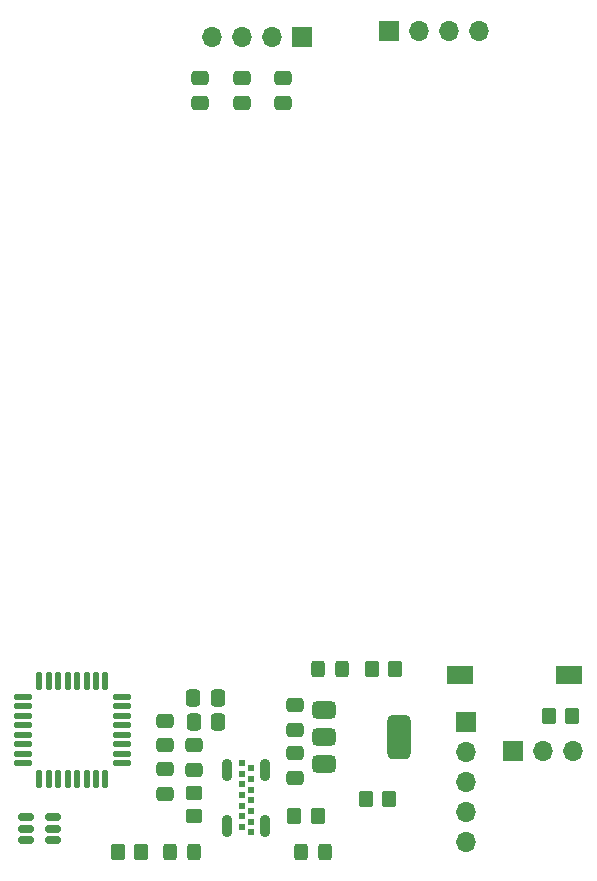
<source format=gbr>
%TF.GenerationSoftware,KiCad,Pcbnew,8.0.7*%
%TF.CreationDate,2024-12-26T00:03:12+08:00*%
%TF.ProjectId,The Button,54686520-4275-4747-946f-6e2e6b696361,rev?*%
%TF.SameCoordinates,Original*%
%TF.FileFunction,Soldermask,Top*%
%TF.FilePolarity,Negative*%
%FSLAX46Y46*%
G04 Gerber Fmt 4.6, Leading zero omitted, Abs format (unit mm)*
G04 Created by KiCad (PCBNEW 8.0.7) date 2024-12-26 00:03:12*
%MOMM*%
%LPD*%
G01*
G04 APERTURE LIST*
G04 Aperture macros list*
%AMRoundRect*
0 Rectangle with rounded corners*
0 $1 Rounding radius*
0 $2 $3 $4 $5 $6 $7 $8 $9 X,Y pos of 4 corners*
0 Add a 4 corners polygon primitive as box body*
4,1,4,$2,$3,$4,$5,$6,$7,$8,$9,$2,$3,0*
0 Add four circle primitives for the rounded corners*
1,1,$1+$1,$2,$3*
1,1,$1+$1,$4,$5*
1,1,$1+$1,$6,$7*
1,1,$1+$1,$8,$9*
0 Add four rect primitives between the rounded corners*
20,1,$1+$1,$2,$3,$4,$5,0*
20,1,$1+$1,$4,$5,$6,$7,0*
20,1,$1+$1,$6,$7,$8,$9,0*
20,1,$1+$1,$8,$9,$2,$3,0*%
G04 Aperture macros list end*
%ADD10RoundRect,0.250000X-0.350000X-0.450000X0.350000X-0.450000X0.350000X0.450000X-0.350000X0.450000X0*%
%ADD11RoundRect,0.250000X-0.475000X0.337500X-0.475000X-0.337500X0.475000X-0.337500X0.475000X0.337500X0*%
%ADD12RoundRect,0.250000X-0.325000X-0.450000X0.325000X-0.450000X0.325000X0.450000X-0.325000X0.450000X0*%
%ADD13RoundRect,0.375000X-0.625000X-0.375000X0.625000X-0.375000X0.625000X0.375000X-0.625000X0.375000X0*%
%ADD14RoundRect,0.500000X-0.500000X-1.400000X0.500000X-1.400000X0.500000X1.400000X-0.500000X1.400000X0*%
%ADD15R,1.700000X1.700000*%
%ADD16O,1.700000X1.700000*%
%ADD17RoundRect,0.150000X-0.512500X-0.150000X0.512500X-0.150000X0.512500X0.150000X-0.512500X0.150000X0*%
%ADD18RoundRect,0.250000X0.350000X0.450000X-0.350000X0.450000X-0.350000X-0.450000X0.350000X-0.450000X0*%
%ADD19RoundRect,0.250000X-0.337500X-0.475000X0.337500X-0.475000X0.337500X0.475000X-0.337500X0.475000X0*%
%ADD20RoundRect,0.250000X-0.450000X0.350000X-0.450000X-0.350000X0.450000X-0.350000X0.450000X0.350000X0*%
%ADD21O,0.889000X1.905000*%
%ADD22C,0.609600*%
%ADD23R,2.180000X1.600000*%
%ADD24RoundRect,0.250000X0.475000X-0.337500X0.475000X0.337500X-0.475000X0.337500X-0.475000X-0.337500X0*%
%ADD25RoundRect,0.125000X0.625000X0.125000X-0.625000X0.125000X-0.625000X-0.125000X0.625000X-0.125000X0*%
%ADD26RoundRect,0.125000X0.125000X0.625000X-0.125000X0.625000X-0.125000X-0.625000X0.125000X-0.625000X0*%
G04 APERTURE END LIST*
D10*
%TO.C,R7*%
X174975000Y-93500000D03*
X176975000Y-93500000D03*
%TD*%
D11*
%TO.C,C12*%
X170500000Y-31000000D03*
X170500000Y-33075000D03*
%TD*%
%TO.C,C3*%
X164000000Y-89500000D03*
X164000000Y-91575000D03*
%TD*%
%TO.C,C8*%
X175000000Y-88150000D03*
X175000000Y-90225000D03*
%TD*%
D12*
%TO.C,D4*%
X164450000Y-96500000D03*
X166500000Y-96500000D03*
%TD*%
D13*
%TO.C,U1*%
X177500000Y-84500000D03*
X177500000Y-86800000D03*
D14*
X183800000Y-86800000D03*
D13*
X177500000Y-89100000D03*
%TD*%
D15*
%TO.C,J5*%
X189500000Y-85500000D03*
D16*
X189500000Y-88040000D03*
X189500000Y-90580000D03*
X189500000Y-93120000D03*
X189500000Y-95660000D03*
%TD*%
D17*
%TO.C,U5*%
X152225000Y-93600000D03*
X152225000Y-94550000D03*
X152225000Y-95500000D03*
X154500000Y-95500000D03*
X154500000Y-94550000D03*
X154500000Y-93600000D03*
%TD*%
D15*
%TO.C,J1*%
X193500000Y-88000000D03*
D16*
X196040000Y-88000000D03*
X198580000Y-88000000D03*
%TD*%
D10*
%TO.C,R10*%
X181000000Y-92000000D03*
X183000000Y-92000000D03*
%TD*%
D12*
%TO.C,D1*%
X176950000Y-81000000D03*
X179000000Y-81000000D03*
%TD*%
D11*
%TO.C,C11*%
X167000000Y-31000000D03*
X167000000Y-33075000D03*
%TD*%
D18*
%TO.C,R1*%
X183500000Y-81000000D03*
X181500000Y-81000000D03*
%TD*%
D11*
%TO.C,C13*%
X174000000Y-31000000D03*
X174000000Y-33075000D03*
%TD*%
%TO.C,C6*%
X166500000Y-87462500D03*
X166500000Y-89537500D03*
%TD*%
D18*
%TO.C,R6*%
X162000000Y-96500000D03*
X160000000Y-96500000D03*
%TD*%
D19*
%TO.C,C10*%
X166425000Y-83500000D03*
X168500000Y-83500000D03*
%TD*%
D20*
%TO.C,R11*%
X166500000Y-91500000D03*
X166500000Y-93500000D03*
%TD*%
D15*
%TO.C,J3*%
X183000000Y-27000000D03*
D16*
X185540000Y-27000000D03*
X188080000Y-27000000D03*
X190620000Y-27000000D03*
%TD*%
D12*
%TO.C,D3*%
X175500000Y-96500000D03*
X177550000Y-96500000D03*
%TD*%
D10*
%TO.C,R5*%
X196500000Y-85000000D03*
X198500000Y-85000000D03*
%TD*%
D21*
%TO.C,J2*%
X169300000Y-89549998D03*
X172500000Y-89549998D03*
X169300000Y-94349999D03*
X172500000Y-94349999D03*
D22*
X170500000Y-94399999D03*
X170500000Y-93499998D03*
X170500000Y-92600000D03*
X170500000Y-91699999D03*
X170500000Y-90799999D03*
X170500000Y-89900000D03*
X170500000Y-89000000D03*
X171280001Y-89450000D03*
X171280001Y-90350000D03*
X171280001Y-91249999D03*
X171280001Y-92149999D03*
X171280001Y-93050000D03*
X171280001Y-93949998D03*
X171280001Y-94849999D03*
%TD*%
D23*
%TO.C,SW8*%
X198180000Y-81500000D03*
X189000000Y-81500000D03*
%TD*%
D24*
%TO.C,C9*%
X175000000Y-86187500D03*
X175000000Y-84112500D03*
%TD*%
D19*
%TO.C,C7*%
X166462500Y-85500000D03*
X168537500Y-85500000D03*
%TD*%
D24*
%TO.C,C4*%
X164000000Y-87500000D03*
X164000000Y-85425000D03*
%TD*%
D25*
%TO.C,U2*%
X160350000Y-89000000D03*
X160350000Y-88200000D03*
X160350000Y-87400000D03*
X160350000Y-86600000D03*
X160350000Y-85800000D03*
X160350000Y-85000000D03*
X160350000Y-84200000D03*
X160350000Y-83400000D03*
D26*
X158975000Y-82025000D03*
X158175000Y-82025000D03*
X157375000Y-82025000D03*
X156575000Y-82025000D03*
X155775000Y-82025000D03*
X154975000Y-82025000D03*
X154175000Y-82025000D03*
X153375000Y-82025000D03*
D25*
X152000000Y-83400000D03*
X152000000Y-84200000D03*
X152000000Y-85000000D03*
X152000000Y-85800000D03*
X152000000Y-86600000D03*
X152000000Y-87400000D03*
X152000000Y-88200000D03*
X152000000Y-89000000D03*
D26*
X153375000Y-90375000D03*
X154175000Y-90375000D03*
X154975000Y-90375000D03*
X155775000Y-90375000D03*
X156575000Y-90375000D03*
X157375000Y-90375000D03*
X158175000Y-90375000D03*
X158975000Y-90375000D03*
%TD*%
D15*
%TO.C,J4*%
X175580000Y-27500000D03*
D16*
X173040000Y-27500000D03*
X170500000Y-27500000D03*
X167960000Y-27500000D03*
%TD*%
M02*

</source>
